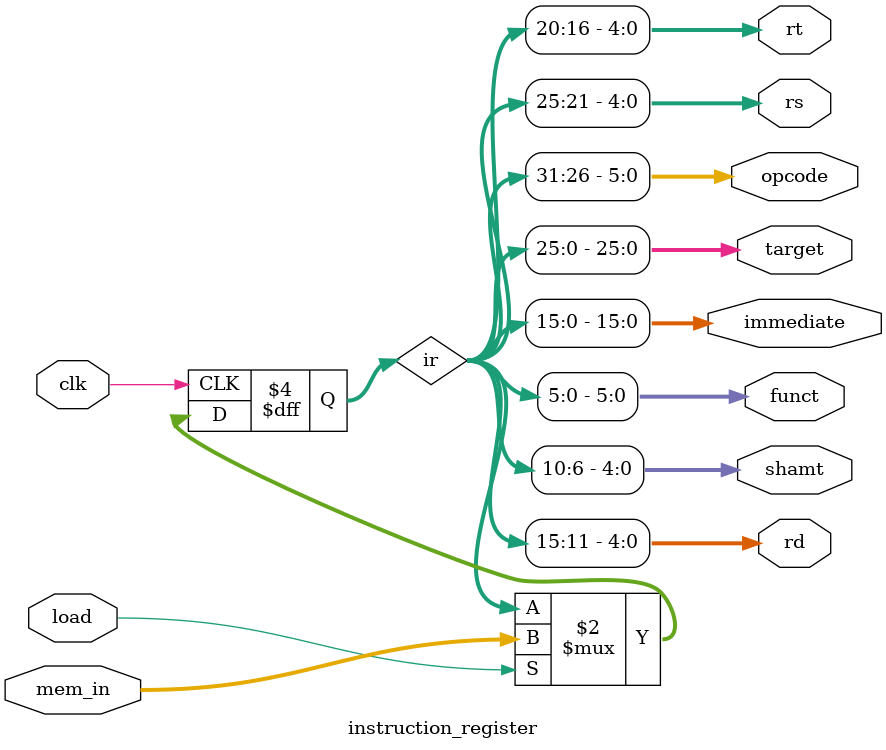
<source format=v>
module instruction_register (
    input               clk,
    input               load,           
    input      [31:0]   mem_in,       

    // Decoded output fields
    output     [5:0]    opcode,         // bits [31:26]
    output     [4:0]    rs,             // bits [25:21]
    output     [4:0]    rt,             // bits [20:16]
    output     [4:0]    rd,             // bits [15:11]
    output     [4:0]    shamt,          // bits [10:6]
    output     [5:0]    funct,          // bits [5:0]
    output     [15:0]   immediate,      // bits [15:0]
    output     [25:0]   target          // bits [25:0] J-type
);

    reg [31:0] ir;

    // Synchronous load: only update on posedge clk when load=1
    always @(posedge clk) begin
        if (load) begin
            ir <= mem_in;
        end
    end

    // Combinational decode: always reflect current ir content
    assign opcode    = ir[31:26];
    assign rs        = ir[25:21];
    assign rt        = ir[20:16];
    assign rd        = ir[15:11];
    assign shamt     = ir[10:6];
    assign funct     = ir[5:0];
    assign immediate = ir[15:0];
    assign target    = ir[25:0];

endmodule
</source>
